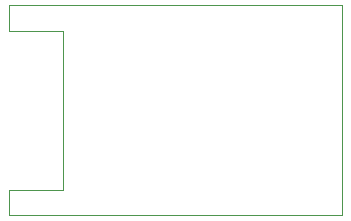
<source format=gbr>
%TF.GenerationSoftware,KiCad,Pcbnew,(5.1.9)-1*%
%TF.CreationDate,2022-11-25T13:08:51-06:00*%
%TF.ProjectId,pcb,7063622e-6b69-4636-9164-5f7063625858,rev?*%
%TF.SameCoordinates,Original*%
%TF.FileFunction,Profile,NP*%
%FSLAX46Y46*%
G04 Gerber Fmt 4.6, Leading zero omitted, Abs format (unit mm)*
G04 Created by KiCad (PCBNEW (5.1.9)-1) date 2022-11-25 13:08:51*
%MOMM*%
%LPD*%
G01*
G04 APERTURE LIST*
%TA.AperFunction,Profile*%
%ADD10C,0.050000*%
%TD*%
G04 APERTURE END LIST*
D10*
X124523500Y-110490000D02*
X124523500Y-108331000D01*
X129159000Y-108331000D02*
X124523500Y-108331000D01*
X129159000Y-94869000D02*
X129159000Y-108331000D01*
X124523500Y-94869000D02*
X129159000Y-94869000D01*
X124523500Y-94869000D02*
X124523500Y-92710000D01*
X152781000Y-110490000D02*
X124523500Y-110490000D01*
X152781000Y-92710000D02*
X152781000Y-110490000D01*
X124523500Y-92710000D02*
X152781000Y-92710000D01*
M02*

</source>
